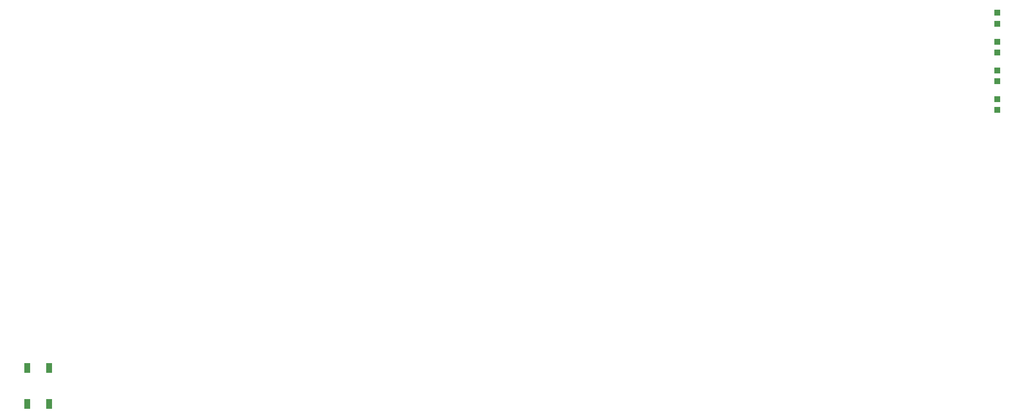
<source format=gbr>
%TF.GenerationSoftware,KiCad,Pcbnew,(5.99.0-9376-g8dcf5404fc)*%
%TF.CreationDate,2021-02-24T21:32:48+01:00*%
%TF.ProjectId,gud70,67756437-302e-46b6-9963-61645f706362,rev?*%
%TF.SameCoordinates,Original*%
%TF.FileFunction,Paste,Top*%
%TF.FilePolarity,Positive*%
%FSLAX46Y46*%
G04 Gerber Fmt 4.6, Leading zero omitted, Abs format (unit mm)*
G04 Created by KiCad (PCBNEW (5.99.0-9376-g8dcf5404fc)) date 2021-02-24 21:32:48*
%MOMM*%
%LPD*%
G01*
G04 APERTURE LIST*
%ADD10R,1.000000X1.700000*%
%ADD11R,1.000000X1.000000*%
G04 APERTURE END LIST*
D10*
X160253250Y-81979751D03*
X160253250Y-88279751D03*
X156453250Y-81979751D03*
X156453250Y-88279751D03*
D11*
X325325000Y-20125000D03*
X325325000Y-22025000D03*
X325325000Y-37025000D03*
X325325000Y-35125000D03*
X325325000Y-30125000D03*
X325325000Y-32025000D03*
X325325000Y-27025000D03*
X325325000Y-25125000D03*
M02*

</source>
